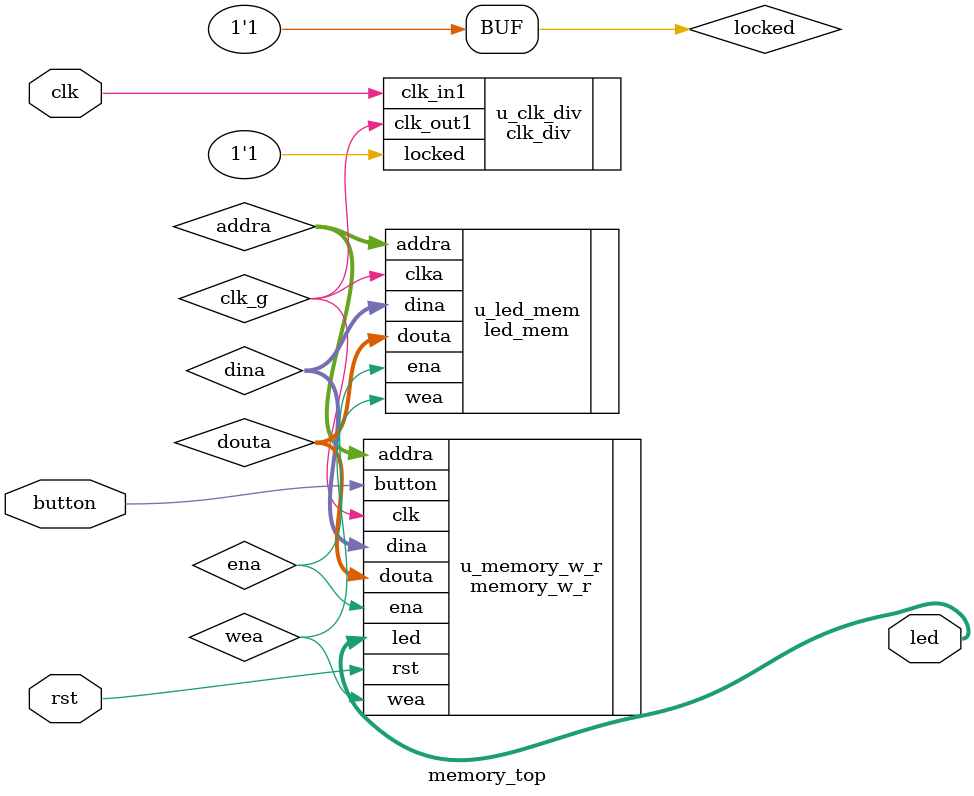
<source format=v>
module memory_top (
    input  wire        clk   ,
	input  wire        rst   ,
	input  wire        button,
	output wire [15:0] led   
);
wire rst_n = ~rst;

wire ena;          // memory enable signal, high available
wire wea;          // memory write signal, high to write, low to read
wire [3:0] addra;  // address to write
wire [15:0] dina;  // data in
wire [15:0] douta; // data out

wire clk_g; // 10MHz
wire locked; // set high to get clk_g work

assign locked = 1;

clk_div u_clk_div (
	.clk_in1 (clk),
	.clk_out1 (clk_g),
	.locked (locked)
);

memory_w_r u_memory_w_r (
	.clk (clk_g),
	.rst (rst),
	.button (button),
	.douta (douta),
	.led (led),
	.ena (ena),
	.wea (wea),
	.addra (addra),
	.dina (dina)
);

led_mem u_led_mem (
	.clka (clk_g),
	.ena (ena),
	.wea (wea),
	.addra (addra),
	.dina (dina),
	.douta (douta)
);

endmodule
</source>
